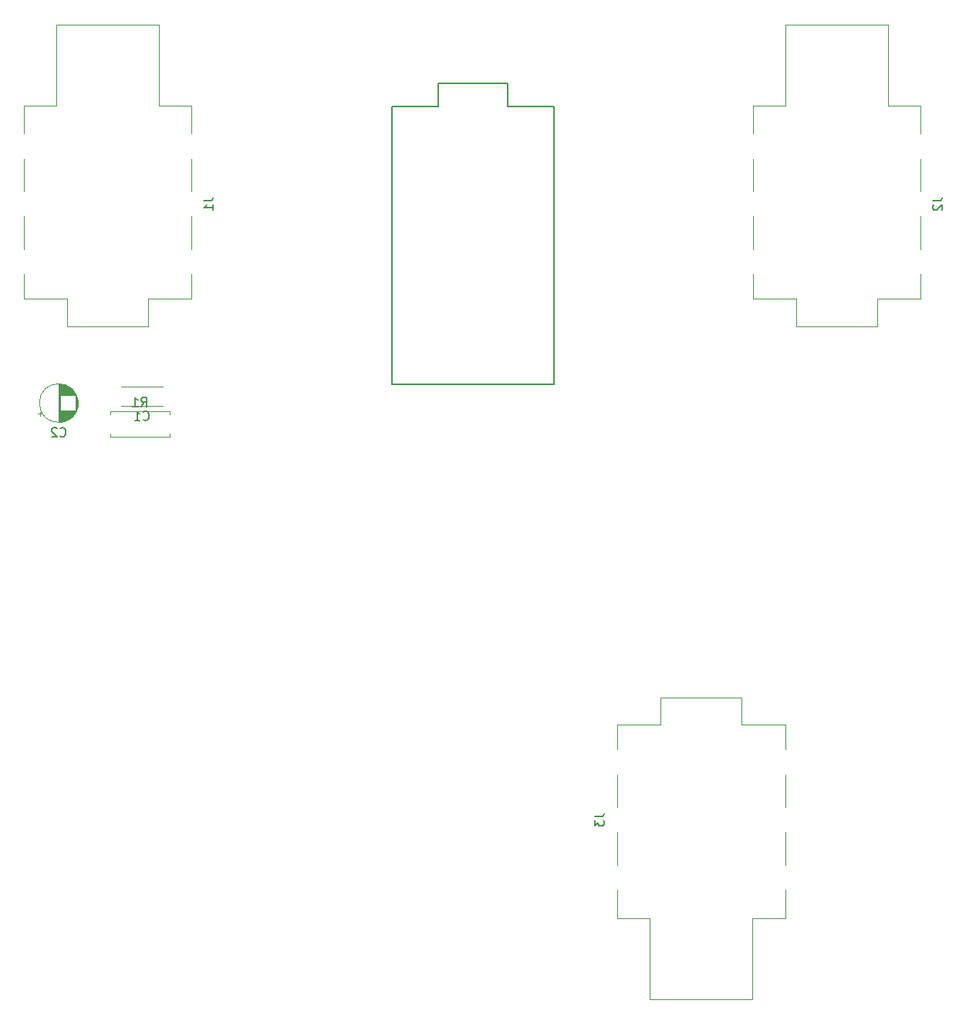
<source format=gbr>
%TF.GenerationSoftware,KiCad,Pcbnew,(5.1.8)-1*%
%TF.CreationDate,2021-10-05T14:24:12+02:00*%
%TF.ProjectId,WPP Control box,57505020-436f-46e7-9472-6f6c20626f78,rev?*%
%TF.SameCoordinates,Original*%
%TF.FileFunction,Legend,Bot*%
%TF.FilePolarity,Positive*%
%FSLAX46Y46*%
G04 Gerber Fmt 4.6, Leading zero omitted, Abs format (unit mm)*
G04 Created by KiCad (PCBNEW (5.1.8)-1) date 2021-10-05 14:24:12*
%MOMM*%
%LPD*%
G01*
G04 APERTURE LIST*
%ADD10C,0.150000*%
%ADD11C,0.120000*%
G04 APERTURE END LIST*
D10*
%TO.C,U1*%
X112268000Y-61214000D02*
X130048000Y-61214000D01*
X112268000Y-30734000D02*
X112268000Y-61214000D01*
X117348000Y-30734000D02*
X112268000Y-30734000D01*
X117348000Y-28194000D02*
X117348000Y-30734000D01*
X124968000Y-28194000D02*
X117348000Y-28194000D01*
X124968000Y-30734000D02*
X124968000Y-28194000D01*
X130048000Y-30734000D02*
X124968000Y-30734000D01*
X130048000Y-30734000D02*
X130048000Y-61214000D01*
D11*
%TO.C,R1*%
X81312000Y-66902000D02*
X81312000Y-66572000D01*
X87852000Y-66902000D02*
X81312000Y-66902000D01*
X87852000Y-66572000D02*
X87852000Y-66902000D01*
X81312000Y-64162000D02*
X81312000Y-64492000D01*
X87852000Y-64162000D02*
X81312000Y-64162000D01*
X87852000Y-64492000D02*
X87852000Y-64162000D01*
%TO.C,J3*%
X140544000Y-119786000D02*
X136944000Y-119786000D01*
X141694000Y-98546000D02*
X136944000Y-98546000D01*
X141694000Y-95546000D02*
X141694000Y-98546000D01*
X150594000Y-95546000D02*
X141694000Y-95546000D01*
X155384000Y-98546000D02*
X150634000Y-98546000D01*
X136944000Y-98546000D02*
X136944000Y-101266000D01*
X136944000Y-104016000D02*
X136944000Y-107616000D01*
X136944000Y-110316000D02*
X136944000Y-113916000D01*
X155384000Y-113916000D02*
X155384000Y-110316000D01*
X155384000Y-107616000D02*
X155384000Y-104016000D01*
X155384000Y-101266000D02*
X155384000Y-98546000D01*
X155384000Y-119786000D02*
X155384000Y-116666000D01*
X136944000Y-119786000D02*
X136944000Y-116666000D01*
X155384000Y-119786000D02*
X151784000Y-119786000D01*
X150634000Y-95546000D02*
X150634000Y-98546000D01*
X151784000Y-119786000D02*
X151784000Y-128636000D01*
X151784000Y-128636000D02*
X140544000Y-128636000D01*
X140544000Y-119786000D02*
X140544000Y-128636000D01*
%TO.C,J2*%
X166669000Y-30582000D02*
X170269000Y-30582000D01*
X165519000Y-51822000D02*
X170269000Y-51822000D01*
X165519000Y-54822000D02*
X165519000Y-51822000D01*
X156619000Y-54822000D02*
X165519000Y-54822000D01*
X151829000Y-51822000D02*
X156579000Y-51822000D01*
X170269000Y-51822000D02*
X170269000Y-49102000D01*
X170269000Y-46352000D02*
X170269000Y-42752000D01*
X170269000Y-40052000D02*
X170269000Y-36452000D01*
X151829000Y-36452000D02*
X151829000Y-40052000D01*
X151829000Y-42752000D02*
X151829000Y-46352000D01*
X151829000Y-49102000D02*
X151829000Y-51822000D01*
X151829000Y-30582000D02*
X151829000Y-33702000D01*
X170269000Y-30582000D02*
X170269000Y-33702000D01*
X151829000Y-30582000D02*
X155429000Y-30582000D01*
X156579000Y-54822000D02*
X156579000Y-51822000D01*
X155429000Y-30582000D02*
X155429000Y-21732000D01*
X155429000Y-21732000D02*
X166669000Y-21732000D01*
X166669000Y-30582000D02*
X166669000Y-21732000D01*
%TO.C,J1*%
X86659000Y-30582000D02*
X90259000Y-30582000D01*
X85509000Y-51822000D02*
X90259000Y-51822000D01*
X85509000Y-54822000D02*
X85509000Y-51822000D01*
X76609000Y-54822000D02*
X85509000Y-54822000D01*
X71819000Y-51822000D02*
X76569000Y-51822000D01*
X90259000Y-51822000D02*
X90259000Y-49102000D01*
X90259000Y-46352000D02*
X90259000Y-42752000D01*
X90259000Y-40052000D02*
X90259000Y-36452000D01*
X71819000Y-36452000D02*
X71819000Y-40052000D01*
X71819000Y-42752000D02*
X71819000Y-46352000D01*
X71819000Y-49102000D02*
X71819000Y-51822000D01*
X71819000Y-30582000D02*
X71819000Y-33702000D01*
X90259000Y-30582000D02*
X90259000Y-33702000D01*
X71819000Y-30582000D02*
X75419000Y-30582000D01*
X76569000Y-54822000D02*
X76569000Y-51822000D01*
X75419000Y-30582000D02*
X75419000Y-21732000D01*
X75419000Y-21732000D02*
X86659000Y-21732000D01*
X86659000Y-30582000D02*
X86659000Y-21732000D01*
%TO.C,C2*%
X73606199Y-64641000D02*
X73606199Y-64241000D01*
X73406199Y-64441000D02*
X73806199Y-64441000D01*
X77757000Y-63616000D02*
X77757000Y-62876000D01*
X77717000Y-63783000D02*
X77717000Y-62709000D01*
X77677000Y-63910000D02*
X77677000Y-62582000D01*
X77637000Y-64014000D02*
X77637000Y-62478000D01*
X77597000Y-64105000D02*
X77597000Y-62387000D01*
X77557000Y-64186000D02*
X77557000Y-62306000D01*
X77517000Y-64259000D02*
X77517000Y-62233000D01*
X77477000Y-62406000D02*
X77477000Y-62166000D01*
X77477000Y-64326000D02*
X77477000Y-64086000D01*
X77437000Y-62406000D02*
X77437000Y-62104000D01*
X77437000Y-64388000D02*
X77437000Y-64086000D01*
X77397000Y-62406000D02*
X77397000Y-62046000D01*
X77397000Y-64446000D02*
X77397000Y-64086000D01*
X77357000Y-62406000D02*
X77357000Y-61992000D01*
X77357000Y-64500000D02*
X77357000Y-64086000D01*
X77317000Y-62406000D02*
X77317000Y-61942000D01*
X77317000Y-64550000D02*
X77317000Y-64086000D01*
X77277000Y-62406000D02*
X77277000Y-61895000D01*
X77277000Y-64597000D02*
X77277000Y-64086000D01*
X77237000Y-62406000D02*
X77237000Y-61850000D01*
X77237000Y-64642000D02*
X77237000Y-64086000D01*
X77197000Y-62406000D02*
X77197000Y-61808000D01*
X77197000Y-64684000D02*
X77197000Y-64086000D01*
X77157000Y-62406000D02*
X77157000Y-61768000D01*
X77157000Y-64724000D02*
X77157000Y-64086000D01*
X77117000Y-62406000D02*
X77117000Y-61730000D01*
X77117000Y-64762000D02*
X77117000Y-64086000D01*
X77077000Y-62406000D02*
X77077000Y-61694000D01*
X77077000Y-64798000D02*
X77077000Y-64086000D01*
X77037000Y-62406000D02*
X77037000Y-61659000D01*
X77037000Y-64833000D02*
X77037000Y-64086000D01*
X76997000Y-62406000D02*
X76997000Y-61627000D01*
X76997000Y-64865000D02*
X76997000Y-64086000D01*
X76957000Y-62406000D02*
X76957000Y-61596000D01*
X76957000Y-64896000D02*
X76957000Y-64086000D01*
X76917000Y-62406000D02*
X76917000Y-61566000D01*
X76917000Y-64926000D02*
X76917000Y-64086000D01*
X76877000Y-62406000D02*
X76877000Y-61538000D01*
X76877000Y-64954000D02*
X76877000Y-64086000D01*
X76837000Y-62406000D02*
X76837000Y-61511000D01*
X76837000Y-64981000D02*
X76837000Y-64086000D01*
X76797000Y-62406000D02*
X76797000Y-61486000D01*
X76797000Y-65006000D02*
X76797000Y-64086000D01*
X76757000Y-62406000D02*
X76757000Y-61461000D01*
X76757000Y-65031000D02*
X76757000Y-64086000D01*
X76717000Y-62406000D02*
X76717000Y-61438000D01*
X76717000Y-65054000D02*
X76717000Y-64086000D01*
X76677000Y-62406000D02*
X76677000Y-61416000D01*
X76677000Y-65076000D02*
X76677000Y-64086000D01*
X76637000Y-62406000D02*
X76637000Y-61395000D01*
X76637000Y-65097000D02*
X76637000Y-64086000D01*
X76597000Y-62406000D02*
X76597000Y-61376000D01*
X76597000Y-65116000D02*
X76597000Y-64086000D01*
X76557000Y-62406000D02*
X76557000Y-61357000D01*
X76557000Y-65135000D02*
X76557000Y-64086000D01*
X76517000Y-62406000D02*
X76517000Y-61339000D01*
X76517000Y-65153000D02*
X76517000Y-64086000D01*
X76477000Y-62406000D02*
X76477000Y-61322000D01*
X76477000Y-65170000D02*
X76477000Y-64086000D01*
X76437000Y-62406000D02*
X76437000Y-61306000D01*
X76437000Y-65186000D02*
X76437000Y-64086000D01*
X76397000Y-62406000D02*
X76397000Y-61292000D01*
X76397000Y-65200000D02*
X76397000Y-64086000D01*
X76356000Y-62406000D02*
X76356000Y-61278000D01*
X76356000Y-65214000D02*
X76356000Y-64086000D01*
X76316000Y-62406000D02*
X76316000Y-61264000D01*
X76316000Y-65228000D02*
X76316000Y-64086000D01*
X76276000Y-62406000D02*
X76276000Y-61252000D01*
X76276000Y-65240000D02*
X76276000Y-64086000D01*
X76236000Y-62406000D02*
X76236000Y-61241000D01*
X76236000Y-65251000D02*
X76236000Y-64086000D01*
X76196000Y-62406000D02*
X76196000Y-61230000D01*
X76196000Y-65262000D02*
X76196000Y-64086000D01*
X76156000Y-62406000D02*
X76156000Y-61221000D01*
X76156000Y-65271000D02*
X76156000Y-64086000D01*
X76116000Y-62406000D02*
X76116000Y-61212000D01*
X76116000Y-65280000D02*
X76116000Y-64086000D01*
X76076000Y-62406000D02*
X76076000Y-61204000D01*
X76076000Y-65288000D02*
X76076000Y-64086000D01*
X76036000Y-62406000D02*
X76036000Y-61196000D01*
X76036000Y-65296000D02*
X76036000Y-64086000D01*
X75996000Y-62406000D02*
X75996000Y-61190000D01*
X75996000Y-65302000D02*
X75996000Y-64086000D01*
X75956000Y-62406000D02*
X75956000Y-61184000D01*
X75956000Y-65308000D02*
X75956000Y-64086000D01*
X75916000Y-62406000D02*
X75916000Y-61179000D01*
X75916000Y-65313000D02*
X75916000Y-64086000D01*
X75876000Y-62406000D02*
X75876000Y-61175000D01*
X75876000Y-65317000D02*
X75876000Y-64086000D01*
X75836000Y-65320000D02*
X75836000Y-61172000D01*
X75796000Y-65323000D02*
X75796000Y-61169000D01*
X75756000Y-65325000D02*
X75756000Y-61167000D01*
X75716000Y-65326000D02*
X75716000Y-61166000D01*
X75676000Y-65326000D02*
X75676000Y-61166000D01*
X77796000Y-63246000D02*
G75*
G03*
X77796000Y-63246000I-2120000J0D01*
G01*
%TO.C,C1*%
X87066000Y-61429000D02*
X87066000Y-61414000D01*
X87066000Y-63554000D02*
X87066000Y-63539000D01*
X82526000Y-61429000D02*
X82526000Y-61414000D01*
X82526000Y-63554000D02*
X82526000Y-63539000D01*
X82526000Y-61414000D02*
X87066000Y-61414000D01*
X82526000Y-63554000D02*
X87066000Y-63554000D01*
%TO.C,R1*%
D10*
X84748666Y-63614380D02*
X85082000Y-63138190D01*
X85320095Y-63614380D02*
X85320095Y-62614380D01*
X84939142Y-62614380D01*
X84843904Y-62662000D01*
X84796285Y-62709619D01*
X84748666Y-62804857D01*
X84748666Y-62947714D01*
X84796285Y-63042952D01*
X84843904Y-63090571D01*
X84939142Y-63138190D01*
X85320095Y-63138190D01*
X83796285Y-63614380D02*
X84367714Y-63614380D01*
X84082000Y-63614380D02*
X84082000Y-62614380D01*
X84177238Y-62757238D01*
X84272476Y-62852476D01*
X84367714Y-62900095D01*
%TO.C,J3*%
X134501380Y-108632666D02*
X135215666Y-108632666D01*
X135358523Y-108585047D01*
X135453761Y-108489809D01*
X135501380Y-108346952D01*
X135501380Y-108251714D01*
X134501380Y-109013619D02*
X134501380Y-109632666D01*
X134882333Y-109299333D01*
X134882333Y-109442190D01*
X134929952Y-109537428D01*
X134977571Y-109585047D01*
X135072809Y-109632666D01*
X135310904Y-109632666D01*
X135406142Y-109585047D01*
X135453761Y-109537428D01*
X135501380Y-109442190D01*
X135501380Y-109156476D01*
X135453761Y-109061238D01*
X135406142Y-109013619D01*
%TO.C,J2*%
X171616380Y-41068666D02*
X172330666Y-41068666D01*
X172473523Y-41021047D01*
X172568761Y-40925809D01*
X172616380Y-40782952D01*
X172616380Y-40687714D01*
X171711619Y-41497238D02*
X171664000Y-41544857D01*
X171616380Y-41640095D01*
X171616380Y-41878190D01*
X171664000Y-41973428D01*
X171711619Y-42021047D01*
X171806857Y-42068666D01*
X171902095Y-42068666D01*
X172044952Y-42021047D01*
X172616380Y-41449619D01*
X172616380Y-42068666D01*
%TO.C,J1*%
X91606380Y-41068666D02*
X92320666Y-41068666D01*
X92463523Y-41021047D01*
X92558761Y-40925809D01*
X92606380Y-40782952D01*
X92606380Y-40687714D01*
X92606380Y-42068666D02*
X92606380Y-41497238D01*
X92606380Y-41782952D02*
X91606380Y-41782952D01*
X91749238Y-41687714D01*
X91844476Y-41592476D01*
X91892095Y-41497238D01*
%TO.C,C2*%
X75842666Y-66853142D02*
X75890285Y-66900761D01*
X76033142Y-66948380D01*
X76128380Y-66948380D01*
X76271238Y-66900761D01*
X76366476Y-66805523D01*
X76414095Y-66710285D01*
X76461714Y-66519809D01*
X76461714Y-66376952D01*
X76414095Y-66186476D01*
X76366476Y-66091238D01*
X76271238Y-65996000D01*
X76128380Y-65948380D01*
X76033142Y-65948380D01*
X75890285Y-65996000D01*
X75842666Y-66043619D01*
X75461714Y-66043619D02*
X75414095Y-65996000D01*
X75318857Y-65948380D01*
X75080761Y-65948380D01*
X74985523Y-65996000D01*
X74937904Y-66043619D01*
X74890285Y-66138857D01*
X74890285Y-66234095D01*
X74937904Y-66376952D01*
X75509333Y-66948380D01*
X74890285Y-66948380D01*
%TO.C,C1*%
X84962666Y-65041142D02*
X85010285Y-65088761D01*
X85153142Y-65136380D01*
X85248380Y-65136380D01*
X85391238Y-65088761D01*
X85486476Y-64993523D01*
X85534095Y-64898285D01*
X85581714Y-64707809D01*
X85581714Y-64564952D01*
X85534095Y-64374476D01*
X85486476Y-64279238D01*
X85391238Y-64184000D01*
X85248380Y-64136380D01*
X85153142Y-64136380D01*
X85010285Y-64184000D01*
X84962666Y-64231619D01*
X84010285Y-65136380D02*
X84581714Y-65136380D01*
X84296000Y-65136380D02*
X84296000Y-64136380D01*
X84391238Y-64279238D01*
X84486476Y-64374476D01*
X84581714Y-64422095D01*
%TD*%
M02*

</source>
